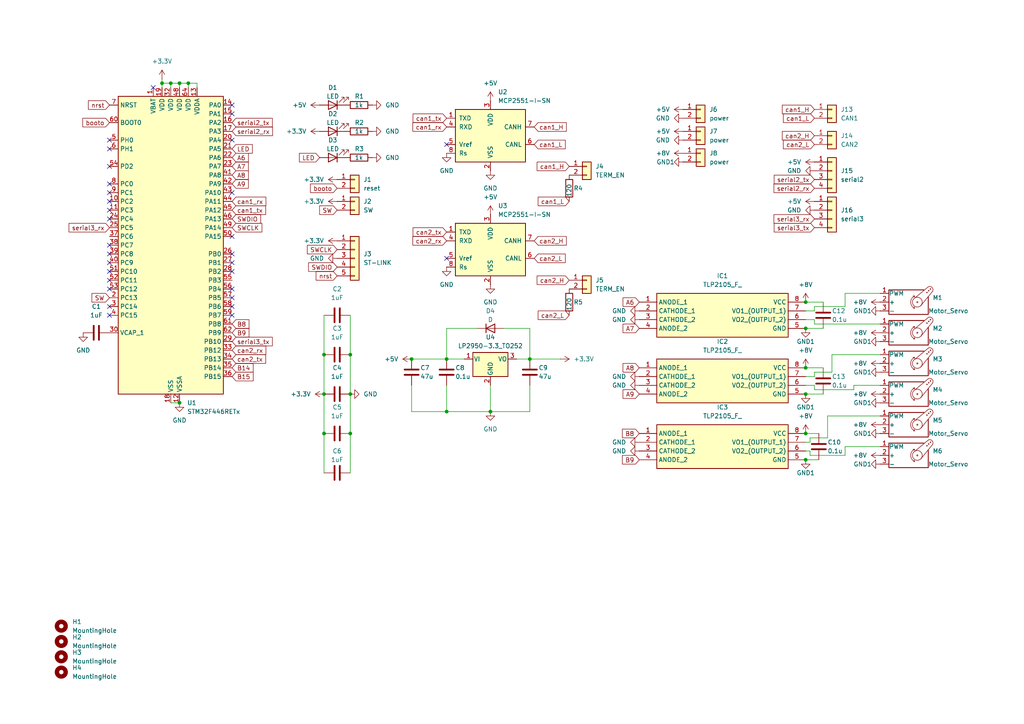
<source format=kicad_sch>
(kicad_sch (version 20250114) (generator "eeschema") (generator_version "9.0")
  (paper "A4")
  (title_block (title "Altair_MDD_V3") (date "2025-05-30") (rev "V.3.0") (company "Altair"))
  (lib_symbols
    (symbol "Connector_Generic:Conn_01x02" (pin_names (offset 1.016) (hide yes))
      (property "Reference" "J" (at 0 2.54 0))
      (property "Value" "Conn_01x02" (at 0 -5.08 0))
      (symbol "Conn_01x02_1_1"
        (pin passive line (at -5.08 0 0) (length 3.81) (name "Pin_1") (number "1"))
        (pin passive line (at -5.08 -2.54 0) (length 3.81) (name "Pin_2") (number "2"))
      )
    )
    (symbol "Connector_Generic:Conn_01x04" (pin_names (offset 1.016) (hide yes))
      (property "Reference" "J" (at 0 5.08 0))
      (property "Value" "Conn_01x04" (at 0 -7.62 0))
      (symbol "Conn_01x04_1_1"
        (pin passive line (at -5.08 2.54 0) (length 3.81) (name "Pin_1") (number "1"))
        (pin passive line (at -5.08 0 0) (length 3.81) (name "Pin_2") (number "2"))
        (pin passive line (at -5.08 -2.54 0) (length 3.81) (name "Pin_3") (number "3"))
        (pin passive line (at -5.08 -5.08 0) (length 3.81) (name "Pin_4") (number "4"))
      )
    )
    (symbol "Connector_Generic:Conn_01x05" (pin_names (offset 1.016) (hide yes))
      (property "Reference" "J" (at 0 7.62 0))
      (property "Value" "Conn_01x05" (at 0 -7.62 0))
      (symbol "Conn_01x05_1_1"
        (pin passive line (at -5.08 5.08 0) (length 3.81) (name "Pin_1") (number "1"))
        (pin passive line (at -5.08 2.54 0) (length 3.81) (name "Pin_2") (number "2"))
        (pin passive line (at -5.08 0 0) (length 3.81) (name "Pin_3") (number "3"))
        (pin passive line (at -5.08 -2.54 0) (length 3.81) (name "Pin_4") (number "4"))
        (pin passive line (at -5.08 -5.08 0) (length 3.81) (name "Pin_5") (number "5"))
      )
    )
    (symbol "Device:C" (pin_numbers (hide yes)) (pin_names (offset 0.254))
      (property "Reference" "C" (at 0.635 2.54 0))
      (property "Value" "C" (at 0.635 -2.54 0))
      (symbol "C_1_1"
        (pin passive line (at 0 3.81 270) (length 2.794) (name "~") (number "1"))
        (pin passive line (at 0 -3.81 90) (length 2.794) (name "~") (number "2"))
      )
    )
    (symbol "Device:D" (pin_numbers (hide yes)) (pin_names (offset 1.016) (hide yes))
      (property "Reference" "D" (at 0 2.54 0))
      (property "Value" "D" (at 0 -2.54 0))
      (symbol "D_1_1"
        (pin passive line (at -3.81 0 0) (length 2.54) (name "K") (number "1"))
        (pin passive line (at 3.81 0 180) (length 2.54) (name "A") (number "2"))
      )
    )
    (symbol "Device:LED" (pin_numbers (hide yes)) (pin_names (offset 1.016) (hide yes))
      (property "Reference" "D" (at 0 2.54 0))
      (property "Value" "LED" (at 0 -2.54 0))
      (symbol "LED_1_1"
        (pin passive line (at -3.81 0 0) (length 2.54) (name "K") (number "1"))
        (pin passive line (at 3.81 0 180) (length 2.54) (name "A") (number "2"))
      )
    )
    (symbol "Device:R" (pin_numbers (hide yes)) (pin_names (offset 0))
      (property "Reference" "R" (at 2.032 0 90))
      (property "Value" "R" (at 0 0 90))
      (symbol "R_1_1"
        (pin passive line (at 0 3.81 270) (length 1.27) (name "~") (number "1"))
        (pin passive line (at 0 -3.81 90) (length 1.27) (name "~") (number "2"))
      )
    )
    (symbol "Interface_CAN_LIN:MCP2551-I-SN" (pin_names (offset 1.016))
      (property "Reference" "U" (at -10.16 8.89 0))
      (property "Value" "MCP2551-I-SN" (at 2.54 8.89 0))
      (symbol "MCP2551-I-SN_1_1"
        (pin input line (at -12.7 5.08 0) (length 2.54) (name "TXD") (number "1"))
        (pin output line (at -12.7 2.54 0) (length 2.54) (name "RXD") (number "4"))
        (pin power_out line (at -12.7 -2.54 0) (length 2.54) (name "Vref") (number "5"))
        (pin input line (at -12.7 -5.08 0) (length 2.54) (name "Rs") (number "8"))
        (pin power_in line (at 0 10.16 270) (length 2.54) (name "VDD") (number "3"))
        (pin power_in line (at 0 -10.16 90) (length 2.54) (name "VSS") (number "2"))
        (pin bidirectional line (at 12.7 2.54 180) (length 2.54) (name "CANH") (number "7"))
        (pin bidirectional line (at 12.7 -2.54 180) (length 2.54) (name "CANL") (number "6"))
      )
    )
    (symbol "MCU_ST_STM32F4:STM32F446RETx"
      (property "Reference" "U" (at -15.24 44.45 0))
      (property "Value" "STM32F446RETx" (at 10.16 44.45 0))
      (symbol "STM32F446RETx_1_1"
        (pin input line (at -17.78 40.64 0) (length 2.54) (name "NRST") (number "7"))
        (pin input line (at -17.78 35.56 0) (length 2.54) (name "BOOT0") (number "60"))
        (pin bidirectional line (at -17.78 30.48 0) (length 2.54) (name "PH0") (number "5"))
        (pin bidirectional line (at -17.78 27.94 0) (length 2.54) (name "PH1") (number "6"))
        (pin bidirectional line (at -17.78 22.86 0) (length 2.54) (name "PD2") (number "54"))
        (pin bidirectional line (at -17.78 17.78 0) (length 2.54) (name "PC0") (number "8"))
        (pin bidirectional line (at -17.78 15.24 0) (length 2.54) (name "PC1") (number "9"))
        (pin bidirectional line (at -17.78 12.7 0) (length 2.54) (name "PC2") (number "10"))
        (pin bidirectional line (at -17.78 10.16 0) (length 2.54) (name "PC3") (number "11"))
        (pin bidirectional line (at -17.78 7.62 0) (length 2.54) (name "PC4") (number "24"))
        (pin bidirectional line (at -17.78 5.08 0) (length 2.54) (name "PC5") (number "25"))
        (pin bidirectional line (at -17.78 2.54 0) (length 2.54) (name "PC6") (number "37"))
        (pin bidirectional line (at -17.78 0 0) (length 2.54) (name "PC7") (number "38"))
        (pin bidirectional line (at -17.78 -2.54 0) (length 2.54) (name "PC8") (number "39"))
        (pin bidirectional line (at -17.78 -5.08 0) (length 2.54) (name "PC9") (number "40"))
        (pin bidirectional line (at -17.78 -7.62 0) (length 2.54) (name "PC10") (number "51"))
        (pin bidirectional line (at -17.78 -10.16 0) (length 2.54) (name "PC11") (number "52"))
        (pin bidirectional line (at -17.78 -12.7 0) (length 2.54) (name "PC12") (number "53"))
        (pin bidirectional line (at -17.78 -15.24 0) (length 2.54) (name "PC13") (number "2"))
        (pin bidirectional line (at -17.78 -17.78 0) (length 2.54) (name "PC14") (number "3"))
        (pin bidirectional line (at -17.78 -20.32 0) (length 2.54) (name "PC15") (number "4"))
        (pin power_out line (at -17.78 -25.4 0) (length 2.54) (name "VCAP_1") (number "30"))
        (pin power_in line (at -5.08 45.72 270) (length 2.54) (name "VBAT") (number "1"))
        (pin power_in line (at -2.54 45.72 270) (length 2.54) (name "VDD") (number "19"))
        (pin power_in line (at 0 45.72 270) (length 2.54) (name "VDD") (number "32"))
        (pin power_in line (at 0 -45.72 90) (length 2.54) (name "VSS") (number "18"))
        (pin passive line (at 0 -45.72 90) (length 2.54) (hide yes) (name "VSS") (number "31"))
        (pin passive line (at 0 -45.72 90) (length 2.54) (hide yes) (name "VSS") (number "47"))
        (pin passive line (at 0 -45.72 90) (length 2.54) (hide yes) (name "VSS") (number "63"))
        (pin power_in line (at 2.54 45.72 270) (length 2.54) (name "VDD") (number "48"))
        (pin power_in line (at 2.54 -45.72 90) (length 2.54) (name "VSSA") (number "12"))
        (pin power_in line (at 5.08 45.72 270) (length 2.54) (name "VDD") (number "64"))
        (pin power_in line (at 7.62 45.72 270) (length 2.54) (name "VDDA") (number "13"))
        (pin bidirectional line (at 17.78 40.64 180) (length 2.54) (name "PA0") (number "14"))
        (pin bidirectional line (at 17.78 38.1 180) (length 2.54) (name "PA1") (number "15"))
        (pin bidirectional line (at 17.78 35.56 180) (length 2.54) (name "PA2") (number "16"))
        (pin bidirectional line (at 17.78 33.02 180) (length 2.54) (name "PA3") (number "17"))
        (pin bidirectional line (at 17.78 30.48 180) (length 2.54) (name "PA4") (number "20"))
        (pin bidirectional line (at 17.78 27.94 180) (length 2.54) (name "PA5") (number "21"))
        (pin bidirectional line (at 17.78 25.4 180) (length 2.54) (name "PA6") (number "22"))
        (pin bidirectional line (at 17.78 22.86 180) (length 2.54) (name "PA7") (number "23"))
        (pin bidirectional line (at 17.78 20.32 180) (length 2.54) (name "PA8") (number "41"))
        (pin bidirectional line (at 17.78 17.78 180) (length 2.54) (name "PA9") (number "42"))
        (pin bidirectional line (at 17.78 15.24 180) (length 2.54) (name "PA10") (number "43"))
        (pin bidirectional line (at 17.78 12.7 180) (length 2.54) (name "PA11") (number "44"))
        (pin bidirectional line (at 17.78 10.16 180) (length 2.54) (name "PA12") (number "45"))
        (pin bidirectional line (at 17.78 7.62 180) (length 2.54) (name "PA13") (number "46"))
        (pin bidirectional line (at 17.78 5.08 180) (length 2.54) (name "PA14") (number "49"))
        (pin bidirectional line (at 17.78 2.54 180) (length 2.54) (name "PA15") (number "50"))
        (pin bidirectional line (at 17.78 -2.54 180) (length 2.54) (name "PB0") (number "26"))
        (pin bidirectional line (at 17.78 -5.08 180) (length 2.54) (name "PB1") (number "27"))
        (pin bidirectional line (at 17.78 -7.62 180) (length 2.54) (name "PB2") (number "28"))
        (pin bidirectional line (at 17.78 -10.16 180) (length 2.54) (name "PB3") (number "55"))
        (pin bidirectional line (at 17.78 -12.7 180) (length 2.54) (name "PB4") (number "56"))
        (pin bidirectional line (at 17.78 -15.24 180) (length 2.54) (name "PB5") (number "57"))
        (pin bidirectional line (at 17.78 -17.78 180) (length 2.54) (name "PB6") (number "58"))
        (pin bidirectional line (at 17.78 -20.32 180) (length 2.54) (name "PB7") (number "59"))
        (pin bidirectional line (at 17.78 -22.86 180) (length 2.54) (name "PB8") (number "61"))
        (pin bidirectional line (at 17.78 -25.4 180) (length 2.54) (name "PB9") (number "62"))
        (pin bidirectional line (at 17.78 -27.94 180) (length 2.54) (name "PB10") (number "29"))
        (pin bidirectional line (at 17.78 -30.48 180) (length 2.54) (name "PB12") (number "33"))
        (pin bidirectional line (at 17.78 -33.02 180) (length 2.54) (name "PB13") (number "34"))
        (pin bidirectional line (at 17.78 -35.56 180) (length 2.54) (name "PB14") (number "35"))
        (pin bidirectional line (at 17.78 -38.1 180) (length 2.54) (name "PB15") (number "36"))
      )
    )
    (symbol "Mechanical:MountingHole" (pin_names (offset 1.016))
      (property "Reference" "H" (at 0 5.08 0))
      (property "Value" "MountingHole" (at 0 3.175 0))
    )
    (symbol "Motor:Motor_Servo" (pin_names (offset 0.0254))
      (property "Reference" "M" (at -5.08 4.445 0))
      (property "Value" "Motor_Servo" (at -5.08 -4.064 0))
      (symbol "Motor_Servo_1_1"
        (pin passive line (at -7.62 2.54 0) (length 2.54) (name "PWM") (number "1"))
        (pin passive line (at -7.62 0 0) (length 2.54) (name "+") (number "2"))
        (pin passive line (at -7.62 -2.54 0) (length 2.54) (name "-") (number "3"))
      )
    )
    (symbol "Regulator_Linear:LP2950-3.3_TO252" (pin_names (offset 0.254))
      (property "Reference" "U" (at -3.81 3.175 0))
      (property "Value" "LP2950-3.3_TO252" (at 0 3.175 0))
      (symbol "LP2950-3.3_TO252_1_1"
        (pin power_in line (at -7.62 0 0) (length 2.54) (name "VI") (number "1"))
        (pin power_in line (at 0 -7.62 90) (length 2.54) (name "GND") (number "2"))
        (pin power_out line (at 7.62 0 180) (length 2.54) (name "VO") (number "3"))
      )
    )
    (symbol "TLP2105_F_:TLP2105_F_"
      (property "Reference" "IC" (at 44.45 7.62 0))
      (property "Value" "TLP2105_F_" (at 44.45 5.08 0))
      (symbol "TLP2105_F__1_1"
        (pin passive line (at 0 0 0) (length 5.08) (name "ANODE_1") (number "1"))
        (pin passive line (at 0 -2.54 0) (length 5.08) (name "CATHODE_1") (number "2"))
        (pin passive line (at 0 -5.08 0) (length 5.08) (name "CATHODE_2") (number "3"))
        (pin passive line (at 0 -7.62 0) (length 5.08) (name "ANODE_2") (number "4"))
        (pin passive line (at 48.26 0 180) (length 5.08) (name "VCC") (number "8"))
        (pin passive line (at 48.26 -2.54 180) (length 5.08) (name "VO1_(OUTPUT_1)") (number "7"))
        (pin passive line (at 48.26 -5.08 180) (length 5.08) (name "VO2_(OUTPUT_2)") (number "6"))
        (pin passive line (at 48.26 -7.62 180) (length 5.08) (name "GND") (number "5"))
      )
    )
    (symbol "power:+3.3V" (power) (pin_numbers (hide yes)) (pin_names (offset 0) (hide yes))
      (property "Value" "+3.3V" (at 0 3.556 0))
      (symbol "+3.3V_1_1"
        (pin power_in line (at 0 0 90) (length 0) (name "~") (number "1"))
      )
    )
    (symbol "power:+5V" (power) (pin_numbers (hide yes)) (pin_names (offset 0) (hide yes))
      (property "Value" "+5V" (at 0 3.556 0))
      (symbol "+5V_1_1"
        (pin power_in line (at 0 0 90) (length 0) (name "~") (number "1"))
      )
    )
    (symbol "power:+8V" (power) (pin_numbers (hide yes)) (pin_names (offset 0) (hide yes))
      (property "Value" "+8V" (at 0 3.556 0))
      (symbol "+8V_1_1"
        (pin power_in line (at 0 0 90) (length 0) (name "~") (number "1"))
      )
    )
    (symbol "power:GND" (power) (pin_numbers (hide yes)) (pin_names (offset 0) (hide yes))
      (property "Value" "GND" (at 0 -3.81 0))
      (symbol "GND_1_1"
        (pin power_in line (at 0 0 270) (length 0) (name "~") (number "1"))
      )
    )
    (symbol "power:GND1" (power) (pin_numbers (hide yes)) (pin_names (offset 0) (hide yes))
      (property "Value" "GND1" (at 0 -3.81 0))
      (symbol "GND1_1_1"
        (pin power_in line (at 0 0 270) (length 0) (name "~") (number "1"))
      )
    )
  )
  (junction (at 129.54 104.14))
  (junction (at 153.67 104.14))
  (junction (at 49.53 24.13))
  (junction (at 142.24 119.38))
  (junction (at 52.07 116.84))
  (junction (at 54.61 24.13))
  (junction (at 93.98 114.3))
  (junction (at 52.07 24.13))
  (junction (at 93.98 102.87))
  (junction (at 93.98 125.73))
  (junction (at 233.68 87.63))
  (junction (at 233.68 106.68))
  (junction (at 101.6 125.73))
  (junction (at 233.68 114.3))
  (junction (at 233.68 95.25))
  (junction (at 101.6 114.3))
  (junction (at 129.54 119.38))
  (junction (at 233.68 133.35))
  (junction (at 101.6 102.87))
  (junction (at 233.68 125.73))
  (junction (at 119.38 104.14))
  (junction (at 46.99 24.13))
  (no_connect (at 67.31 68.58))
  (no_connect (at 31.75 83.82))
  (no_connect (at 31.75 73.66))
  (no_connect (at 31.75 40.64))
  (no_connect (at 44.45 25.4))
  (no_connect (at 31.75 91.44))
  (no_connect (at 31.75 48.26))
  (no_connect (at 31.75 58.42))
  (no_connect (at 31.75 88.9))
  (no_connect (at 67.31 91.44))
  (no_connect (at 31.75 71.12))
  (no_connect (at 31.75 43.18))
  (no_connect (at 67.31 78.74))
  (no_connect (at 31.75 63.5))
  (no_connect (at 67.31 83.82))
  (no_connect (at 31.75 60.96))
  (no_connect (at 31.75 78.74))
  (no_connect (at 67.31 86.36))
  (no_connect (at 67.31 30.48))
  (no_connect (at 31.75 76.2))
  (no_connect (at 129.54 74.93))
  (no_connect (at 31.75 53.34))
  (no_connect (at 67.31 76.2))
  (no_connect (at 129.54 41.91))
  (no_connect (at 67.31 73.66))
  (no_connect (at 67.31 33.02))
  (no_connect (at 31.75 81.28))
  (no_connect (at 67.31 55.88))
  (no_connect (at 31.75 55.88))
  (no_connect (at 67.31 40.64))
  (no_connect (at 67.31 88.9))
  (wire (pts (xy 233.68 106.68) (xy 238.76 106.68)))
  (wire (pts (xy 142.24 119.38) (xy 153.67 119.38)))
  (wire (pts (xy 240.03 127) (xy 240.03 120.65)))
  (wire (pts (xy 93.98 102.87) (xy 93.98 114.3)))
  (wire (pts (xy 52.07 24.13) (xy 54.61 24.13)))
  (wire (pts (xy 49.53 24.13) (xy 52.07 24.13)))
  (wire (pts (xy 49.53 24.13) (xy 49.53 25.4)))
  (wire (pts (xy 233.68 92.71) (xy 236.22 92.71)))
  (wire (pts (xy 233.68 90.17) (xy 236.22 90.17)))
  (wire (pts (xy 234.95 128.27) (xy 234.95 127)))
  (wire (pts (xy 93.98 114.3) (xy 93.98 125.73)))
  (wire (pts (xy 233.68 133.35) (xy 237.49 133.35)))
  (wire (pts (xy 233.68 87.63) (xy 238.76 87.63)))
  (wire (pts (xy 46.99 24.13) (xy 46.99 25.4)))
  (wire (pts (xy 101.6 114.3) (xy 101.6 125.73)))
  (wire (pts (xy 234.95 130.81) (xy 234.95 132.08)))
  (wire (pts (xy 138.43 95.25) (xy 129.54 95.25)))
  (wire (pts (xy 93.98 125.73) (xy 93.98 137.16)))
  (wire (pts (xy 247.65 111.76) (xy 255.27 111.76)))
  (wire (pts (xy 93.98 91.44) (xy 93.98 102.87)))
  (wire (pts (xy 236.22 111.76) (xy 236.22 113.03)))
  (wire (pts (xy 233.68 95.25) (xy 238.76 95.25)))
  (wire (pts (xy 153.67 111.76) (xy 153.67 119.38)))
  (wire (pts (xy 236.22 109.22) (xy 236.22 107.95)))
  (wire (pts (xy 129.54 95.25) (xy 129.54 104.14)))
  (wire (pts (xy 236.22 88.9) (xy 245.11 88.9)))
  (wire (pts (xy 129.54 104.14) (xy 134.62 104.14)))
  (wire (pts (xy 234.95 127) (xy 240.03 127)))
  (wire (pts (xy 57.15 24.13) (xy 57.15 25.4)))
  (wire (pts (xy 233.68 130.81) (xy 234.95 130.81)))
  (wire (pts (xy 245.11 132.08) (xy 245.11 129.54)))
  (wire (pts (xy 153.67 104.14) (xy 162.56 104.14)))
  (wire (pts (xy 52.07 24.13) (xy 52.07 25.4)))
  (wire (pts (xy 146.05 95.25) (xy 153.67 95.25)))
  (wire (pts (xy 233.68 128.27) (xy 234.95 128.27)))
  (wire (pts (xy 142.24 111.76) (xy 142.24 119.38)))
  (wire (pts (xy 236.22 92.71) (xy 236.22 93.98)))
  (wire (pts (xy 233.68 125.73) (xy 237.49 125.73)))
  (wire (pts (xy 233.68 111.76) (xy 236.22 111.76)))
  (wire (pts (xy 236.22 93.98) (xy 255.27 93.98)))
  (wire (pts (xy 236.22 90.17) (xy 236.22 88.9)))
  (wire (pts (xy 49.53 116.84) (xy 52.07 116.84)))
  (wire (pts (xy 240.03 120.65) (xy 255.27 120.65)))
  (wire (pts (xy 236.22 107.95) (xy 241.3 107.95)))
  (wire (pts (xy 247.65 113.03) (xy 247.65 111.76)))
  (wire (pts (xy 129.54 111.76) (xy 129.54 119.38)))
  (wire (pts (xy 119.38 104.14) (xy 129.54 104.14)))
  (wire (pts (xy 241.3 102.87) (xy 255.27 102.87)))
  (wire (pts (xy 46.99 24.13) (xy 49.53 24.13)))
  (wire (pts (xy 54.61 24.13) (xy 54.61 25.4)))
  (wire (pts (xy 241.3 107.95) (xy 241.3 102.87)))
  (wire (pts (xy 54.61 24.13) (xy 57.15 24.13)))
  (wire (pts (xy 119.38 119.38) (xy 119.38 111.76)))
  (wire (pts (xy 245.11 88.9) (xy 245.11 85.09)))
  (wire (pts (xy 233.68 109.22) (xy 236.22 109.22)))
  (wire (pts (xy 101.6 125.73) (xy 101.6 137.16)))
  (wire (pts (xy 234.95 132.08) (xy 245.11 132.08)))
  (wire (pts (xy 149.86 104.14) (xy 153.67 104.14)))
  (wire (pts (xy 236.22 113.03) (xy 247.65 113.03)))
  (wire (pts (xy 142.24 119.38) (xy 129.54 119.38)))
  (wire (pts (xy 245.11 85.09) (xy 255.27 85.09)))
  (wire (pts (xy 129.54 119.38) (xy 119.38 119.38)))
  (wire (pts (xy 101.6 91.44) (xy 101.6 102.87)))
  (wire (pts (xy 153.67 95.25) (xy 153.67 104.14)))
  (wire (pts (xy 245.11 129.54) (xy 255.27 129.54)))
  (wire (pts (xy 46.99 22.86) (xy 46.99 24.13)))
  (wire (pts (xy 233.68 114.3) (xy 238.76 114.3)))
  (wire (pts (xy 101.6 102.87) (xy 101.6 114.3)))
  (global_label "serial2_tx" (shape input) (at 67.31 35.56 0) (property "Intersheetrefs" "${INTERSHEET_REFS}" (effects (hide yes))))
  (global_label "can1_L" (shape input) (at 165.1 58.42 180) (property "Intersheetrefs" "${INTERSHEET_REFS}" (effects (hide yes))))
  (global_label "nrst" (shape input) (at 31.75 30.48 180) (property "Intersheetrefs" "${INTERSHEET_REFS}" (effects (hide yes))))
  (global_label "can1_tx" (shape input) (at 67.31 60.96 0) (property "Intersheetrefs" "${INTERSHEET_REFS}" (effects (hide yes))))
  (global_label "can2_H" (shape input) (at 154.94 69.85 0) (property "Intersheetrefs" "${INTERSHEET_REFS}" (effects (hide yes))))
  (global_label "A6" (shape input) (at 185.42 87.63 180) (property "Intersheetrefs" "${INTERSHEET_REFS}" (effects (hide yes))))
  (global_label "A8" (shape input) (at 67.31 50.8 0) (property "Intersheetrefs" "${INTERSHEET_REFS}" (effects (hide yes))))
  (global_label "can1_tx" (shape input) (at 129.54 34.29 180) (property "Intersheetrefs" "${INTERSHEET_REFS}" (effects (hide yes))))
  (global_label "LED" (shape input) (at 92.71 45.72 180) (property "Intersheetrefs" "${INTERSHEET_REFS}" (effects (hide yes))))
  (global_label "serial3_rx" (shape input) (at 31.75 66.04 180) (property "Intersheetrefs" "${INTERSHEET_REFS}" (effects (hide yes))))
  (global_label "can2_rx" (shape input) (at 67.31 101.6 0) (property "Intersheetrefs" "${INTERSHEET_REFS}" (effects (hide yes))))
  (global_label "can2_L" (shape input) (at 154.94 74.93 0) (property "Intersheetrefs" "${INTERSHEET_REFS}" (effects (hide yes))))
  (global_label "can1_H" (shape input) (at 236.22 31.75 180) (property "Intersheetrefs" "${INTERSHEET_REFS}" (effects (hide yes))))
  (global_label "A8" (shape input) (at 185.42 106.68 180) (property "Intersheetrefs" "${INTERSHEET_REFS}" (effects (hide yes))))
  (global_label "serial3_rx" (shape input) (at 236.22 63.5 180) (property "Intersheetrefs" "${INTERSHEET_REFS}" (effects (hide yes))))
  (global_label "SWDIO" (shape input) (at 67.31 63.5 0) (property "Intersheetrefs" "${INTERSHEET_REFS}" (effects (hide yes))))
  (global_label "SW" (shape input) (at 31.75 86.36 180) (property "Intersheetrefs" "${INTERSHEET_REFS}" (effects (hide yes))))
  (global_label "A7" (shape input) (at 67.31 48.26 0) (property "Intersheetrefs" "${INTERSHEET_REFS}" (effects (hide yes))))
  (global_label "SW" (shape input) (at 97.79 60.96 180) (property "Intersheetrefs" "${INTERSHEET_REFS}" (effects (hide yes))))
  (global_label "can2_H" (shape input) (at 165.1 81.28 180) (property "Intersheetrefs" "${INTERSHEET_REFS}" (effects (hide yes))))
  (global_label "can2_tx" (shape input) (at 67.31 104.14 0) (property "Intersheetrefs" "${INTERSHEET_REFS}" (effects (hide yes))))
  (global_label "can2_rx" (shape input) (at 129.54 69.85 180) (property "Intersheetrefs" "${INTERSHEET_REFS}" (effects (hide yes))))
  (global_label "A6" (shape input) (at 67.31 45.72 0) (property "Intersheetrefs" "${INTERSHEET_REFS}" (effects (hide yes))))
  (global_label "booto" (shape input) (at 31.75 35.56 180) (property "Intersheetrefs" "${INTERSHEET_REFS}" (effects (hide yes))))
  (global_label "can1_H" (shape input) (at 154.94 36.83 0) (property "Intersheetrefs" "${INTERSHEET_REFS}" (effects (hide yes))))
  (global_label "serial2_tx" (shape input) (at 236.22 52.07 180) (property "Intersheetrefs" "${INTERSHEET_REFS}" (effects (hide yes))))
  (global_label "can1_L" (shape input) (at 154.94 41.91 0) (property "Intersheetrefs" "${INTERSHEET_REFS}" (effects (hide yes))))
  (global_label "can2_tx" (shape input) (at 129.54 67.31 180) (property "Intersheetrefs" "${INTERSHEET_REFS}" (effects (hide yes))))
  (global_label "can2_L" (shape input) (at 165.1 91.44 180) (property "Intersheetrefs" "${INTERSHEET_REFS}" (effects (hide yes))))
  (global_label "A9" (shape input) (at 185.42 114.3 180) (property "Intersheetrefs" "${INTERSHEET_REFS}" (effects (hide yes))))
  (global_label "B8" (shape input) (at 185.42 125.73 180) (property "Intersheetrefs" "${INTERSHEET_REFS}" (effects (hide yes))))
  (global_label "can1_rx" (shape input) (at 67.31 58.42 0) (property "Intersheetrefs" "${INTERSHEET_REFS}" (effects (hide yes))))
  (global_label "serial2_rx" (shape input) (at 67.31 38.1 0) (property "Intersheetrefs" "${INTERSHEET_REFS}" (effects (hide yes))))
  (global_label "A7" (shape input) (at 185.42 95.25 180) (property "Intersheetrefs" "${INTERSHEET_REFS}" (effects (hide yes))))
  (global_label "can1_L" (shape input) (at 236.22 34.29 180) (property "Intersheetrefs" "${INTERSHEET_REFS}" (effects (hide yes))))
  (global_label "serial3_tx" (shape input) (at 236.22 66.04 180) (property "Intersheetrefs" "${INTERSHEET_REFS}" (effects (hide yes))))
  (global_label "nrst" (shape input) (at 97.79 80.01 180) (property "Intersheetrefs" "${INTERSHEET_REFS}" (effects (hide yes))))
  (global_label "serial3_tx" (shape input) (at 67.31 99.06 0) (property "Intersheetrefs" "${INTERSHEET_REFS}" (effects (hide yes))))
  (global_label "can1_H" (shape input) (at 165.1 48.26 180) (property "Intersheetrefs" "${INTERSHEET_REFS}" (effects (hide yes))))
  (global_label "A9" (shape input) (at 67.31 53.34 0) (property "Intersheetrefs" "${INTERSHEET_REFS}" (effects (hide yes))))
  (global_label "SWCLK" (shape input) (at 97.79 72.39 180) (property "Intersheetrefs" "${INTERSHEET_REFS}" (effects (hide yes))))
  (global_label "B8" (shape input) (at 67.31 93.98 0) (property "Intersheetrefs" "${INTERSHEET_REFS}" (effects (hide yes))))
  (global_label "SWCLK" (shape input) (at 67.31 66.04 0) (property "Intersheetrefs" "${INTERSHEET_REFS}" (effects (hide yes))))
  (global_label "B15" (shape input) (at 67.31 109.22 0) (property "Intersheetrefs" "${INTERSHEET_REFS}" (effects (hide yes))))
  (global_label "SWDIO" (shape input) (at 97.79 77.47 180) (property "Intersheetrefs" "${INTERSHEET_REFS}" (effects (hide yes))))
  (global_label "booto" (shape input) (at 97.79 54.61 180) (property "Intersheetrefs" "${INTERSHEET_REFS}" (effects (hide yes))))
  (global_label "can1_rx" (shape input) (at 129.54 36.83 180) (property "Intersheetrefs" "${INTERSHEET_REFS}" (effects (hide yes))))
  (global_label "B9" (shape input) (at 67.31 96.52 0) (property "Intersheetrefs" "${INTERSHEET_REFS}" (effects (hide yes))))
  (global_label "serial2_rx" (shape input) (at 236.22 54.61 180) (property "Intersheetrefs" "${INTERSHEET_REFS}" (effects (hide yes))))
  (global_label "B9" (shape input) (at 185.42 133.35 180) (property "Intersheetrefs" "${INTERSHEET_REFS}" (effects (hide yes))))
  (global_label "LED" (shape input) (at 67.31 43.18 0) (property "Intersheetrefs" "${INTERSHEET_REFS}" (effects (hide yes))))
  (global_label "B14" (shape input) (at 67.31 106.68 0) (property "Intersheetrefs" "${INTERSHEET_REFS}" (effects (hide yes))))
  (global_label "can2_L" (shape input) (at 236.22 41.91 180) (property "Intersheetrefs" "${INTERSHEET_REFS}" (effects (hide yes))))
  (global_label "can2_H" (shape input) (at 236.22 39.37 180) (property "Intersheetrefs" "${INTERSHEET_REFS}" (effects (hide yes))))
  (symbol (lib_id "power:GND") (at 236.22 60.96 270) (unit 1)
    (property "Reference" "#PWR053" (effects (hide yes)))
    (property "Value" "GND" (at 232.41 60.9599 90) (effects (justify right)))
    (property "Description" "Power symbol creates a global label with name \"GND\" , ground" (effects (hide yes)))
  )
  (symbol (lib_id "power:+3.3V") (at 162.56 104.14 270) (unit 1)
    (property "Reference" "#PWR023" (effects (hide yes)))
    (property "Value" "+3.3V" (at 166.37 104.1399 90) (effects (justify left)))
    (property "Description" "Power symbol creates a global label with name \"+3.3V\"" (effects (hide yes)))
  )
  (symbol (lib_id "power:GND") (at 107.95 38.1 90) (unit 1)
    (property "Reference" "#PWR013" (effects (hide yes)))
    (property "Value" "GND" (at 111.76 38.0999 90) (effects (justify right)))
    (property "Description" "Power symbol creates a global label with name \"GND\" , ground" (effects (hide yes)))
  )
  (symbol (lib_id "Device:C") (at 119.38 107.95 0) (unit 1)
    (property "Reference" "C7" (at 121.92 106.68 0) (effects (justify left)))
    (property "Value" "47u" (at 121.92 109.22 0) (effects (justify left)))
    (property "Footprint" "Capacitor_SMD:C_0603_1608Metric" (effects (hide yes)))
    (property "Description" "Unpolarized capacitor" (effects (hide yes)))
  )
  (symbol (lib_id "MCU_ST_STM32F4:STM32F446RETx") (at 49.53 71.12 0) (unit 1)
    (property "Reference" "U1" (at 54.2641 116.84 0) (effects (justify left)))
    (property "Value" "STM32F446RETx" (at 54.2641 119.38 0) (effects (justify left)))
    (property "Footprint" "Package_QFP:LQFP-64_10x10mm_P0.5mm" (effects (hide yes)))
    (property "Datasheet" "https://www.st.com/resource/en/datasheet/stm32f446re.pdf" (effects (hide yes)))
    (property "Description" "STMicroelectronics Arm Cortex-M4 MCU, 512KB flash, 128KB RAM, 180 MHz, 1.8-3.6V, 50 GPIO, LQFP64" (effects (hide yes)))
  )
  (symbol (lib_id "power:GND1") (at 198.12 46.99 270) (unit 1)
    (property "Reference" "#PWR037" (effects (hide yes)))
    (property "Value" "GND1" (at 193.04 46.99 90))
    (property "Description" "Power symbol creates a global label with name \"GND1\" , ground" (effects (hide yes)))
  )
  (symbol (lib_id "Regulator_Linear:LP2950-3.3_TO252") (at 142.24 104.14 0) (unit 1)
    (property "Reference" "U4" (at 142.24 97.79 0))
    (property "Value" "LP2950-3.3_TO252" (at 142.24 100.33 0))
    (property "Footprint" "Package_TO_SOT_SMD:TO-252-2" (effects (hide yes)))
    (property "Datasheet" "http://www.ti.com/lit/ds/symlink/lp2950.pdf" (effects (hide yes)))
    (property "Description" "Positive 100mA 30V Linear Micropower Voltage Regulator, Fixed Output 3.3V, TO-252" (effects (hide yes)))
  )
  (symbol (lib_id "power:GND1") (at 255.27 90.17 270) (unit 1)
    (property "Reference" "#PWR055" (effects (hide yes)))
    (property "Value" "GND1" (at 250.19 90.17 90))
    (property "Description" "Power symbol creates a global label with name \"GND1\" , ground" (effects (hide yes)))
  )
  (symbol (lib_id "Device:C") (at 97.79 102.87 90) (unit 1)
    (property "Reference" "C3" (at 97.79 95.25 90))
    (property "Value" "1uF" (at 97.79 97.79 90))
    (property "Footprint" "Capacitor_SMD:C_0603_1608Metric" (effects (hide yes)))
    (property "Description" "Unpolarized capacitor" (effects (hide yes)))
  )
  (symbol (lib_id "power:GND1") (at 255.27 107.95 270) (unit 1)
    (property "Reference" "#PWR059" (effects (hide yes)))
    (property "Value" "GND1" (at 250.19 107.95 90))
    (property "Description" "Power symbol creates a global label with name \"GND1\" , ground" (effects (hide yes)))
  )
  (symbol (lib_id "power:+5V") (at 198.12 38.1 90) (unit 1)
    (property "Reference" "#PWR034" (effects (hide yes)))
    (property "Value" "+5V" (at 194.31 38.0999 90) (effects (justify left)))
    (property "Description" "Power symbol creates a global label with name \"+5V\"" (effects (hide yes)))
  )
  (symbol (lib_id "power:GND") (at 142.24 49.53 0) (unit 1)
    (property "Reference" "#PWR019" (effects (hide yes)))
    (property "Value" "GND" (at 142.24 54.61 0))
    (property "Description" "Power symbol creates a global label with name \"GND\" , ground" (effects (hide yes)))
  )
  (symbol (lib_id "power:GND") (at 129.54 44.45 0) (unit 1)
    (property "Reference" "#PWR016" (effects (hide yes)))
    (property "Value" "GND" (at 129.54 49.53 0))
    (property "Description" "Power symbol creates a global label with name \"GND\" , ground" (effects (hide yes)))
  )
  (symbol (lib_id "power:GND") (at 198.12 40.64 270) (unit 1)
    (property "Reference" "#PWR035" (effects (hide yes)))
    (property "Value" "GND" (at 194.31 40.6399 90) (effects (justify right)))
    (property "Description" "Power symbol creates a global label with name \"GND\" , ground" (effects (hide yes)))
  )
  (symbol (lib_id "Device:C") (at 237.49 129.54 0) (unit 1)
    (property "Reference" "C10" (at 240.03 128.27 0) (effects (justify left)))
    (property "Value" "0.1u" (at 240.03 130.81 0) (effects (justify left)))
    (property "Footprint" "Capacitor_SMD:C_0603_1608Metric" (effects (hide yes)))
    (property "Description" "Unpolarized capacitor" (effects (hide yes)))
  )
  (symbol (lib_id "power:+3.3V") (at 46.99 22.86 0) (unit 1)
    (property "Reference" "#PWR02" (effects (hide yes)))
    (property "Value" "+3.3V" (at 46.99 17.78 0))
    (property "Description" "Power symbol creates a global label with name \"+3.3V\"" (effects (hide yes)))
  )
  (symbol (lib_id "Connector_Generic:Conn_01x05") (at 102.87 74.93 0) (unit 1)
    (property "Reference" "J3" (at 105.41 73.6599 0) (effects (justify left)))
    (property "Value" "ST-LINK" (at 105.41 76.1999 0) (effects (justify left)))
    (property "Footprint" "Connector_PinSocket_2.54mm:PinSocket_1x05_P2.54mm_Vertical" (effects (hide yes)))
    (property "Description" "Generic connector, single row, 01x05, script generated (kicad-library-utils/schlib/autogen/connector/)" (effects (hide yes)))
  )
  (symbol (lib_id "TLP2105_F_:TLP2105_F_") (at 185.42 125.73 0) (unit 1)
    (property "Reference" "IC3" (at 209.55 118.11 0))
    (property "Value" "TLP2105_F_" (at 209.55 120.65 0))
    (property "Footprint" "Library:TLP2105" (effects (hide yes)))
    (property "Datasheet" "http://toshiba.semicon-storage.com/info/docget.jsp?did=12361&prodName=TLP2105" (effects (hide yes)))
    (property "Description" "Toshiba TLP2105(F) DC Input Transistor Output Dual Optocoupler, Surface Mount, 8-Pin SOIC" (effects (hide yes)))
    (property "Height" "2.9" (effects (hide yes)))
    (property "Manufacturer_Name" "Toshiba" (effects (hide yes)))
    (property "Manufacturer_Part_Number" "TLP2105(F)" (effects (hide yes)))
    (property "Mouser Part Number" "757-TLP2105(F)" (effects (hide yes)))
    (property "Mouser Price/Stock" "https://www.mouser.co.uk/ProductDetail/Toshiba/TLP2105F?qs=1lrDSlRzNdbpGSAMGA0fBw%3D%3D" (effects (hide yes)))
  )
  (symbol (lib_id "power:GND") (at 185.42 92.71 270) (unit 1)
    (property "Reference" "#PWR025" (effects (hide yes)))
    (property "Value" "GND" (at 181.61 92.7099 90) (effects (justify right)))
    (property "Description" "Power symbol creates a global label with name \"GND\" , ground" (effects (hide yes)))
  )
  (symbol (lib_id "Connector_Generic:Conn_01x02") (at 203.2 31.75 0) (unit 1)
    (property "Reference" "J6" (at 205.74 31.7499 0) (effects (justify left)))
    (property "Value" "power" (at 205.74 34.2899 0) (effects (justify left)))
    (property "Footprint" "Connector_JST:JST_XA_S02B-XASK-1_1x02_P2.50mm_Horizontal" (effects (hide yes)))
    (property "Description" "Generic connector, single row, 01x02, script generated (kicad-library-utils/schlib/autogen/connector/)" (effects (hide yes)))
  )
  (symbol (lib_id "Connector_Generic:Conn_01x02") (at 203.2 38.1 0) (unit 1)
    (property "Reference" "J7" (at 205.74 38.0999 0) (effects (justify left)))
    (property "Value" "power" (at 205.74 40.6399 0) (effects (justify left)))
    (property "Footprint" "Connector_JST:JST_XA_S02B-XASK-1_1x02_P2.50mm_Horizontal" (effects (hide yes)))
    (property "Description" "Generic connector, single row, 01x02, script generated (kicad-library-utils/schlib/autogen/connector/)" (effects (hide yes)))
  )
  (symbol (lib_id "power:+3.3V") (at 97.79 52.07 90) (unit 1)
    (property "Reference" "#PWR07" (effects (hide yes)))
    (property "Value" "+3.3V" (at 93.98 52.0699 90) (effects (justify left)))
    (property "Description" "Power symbol creates a global label with name \"+3.3V\"" (effects (hide yes)))
  )
  (symbol (lib_id "Mechanical:MountingHole") (at 17.78 181.61 0) (unit 1)
    (property "Reference" "H1" (at 20.955 180.34 0) (effects (justify left)))
    (property "Value" "MountingHole" (at 20.955 182.88 0) (effects (justify left)))
    (property "Footprint" "MountingHole:MountingHole_3.2mm_M3_Pad_Via" (effects (hide yes)))
  )
  (symbol (lib_id "power:GND") (at 198.12 34.29 270) (unit 1)
    (property "Reference" "#PWR033" (effects (hide yes)))
    (property "Value" "GND" (at 194.31 34.2899 90) (effects (justify right)))
    (property "Description" "Power symbol creates a global label with name \"GND\" , ground" (effects (hide yes)))
  )
  (symbol (lib_id "Motor:Motor_Servo") (at 262.89 114.3 0) (unit 1)
    (property "Reference" "M4" (at 270.51 113.03 0) (effects (justify left)))
    (property "Value" "Motor_Servo" (at 269.24 116.84 0) (effects (justify left)))
    (property "Footprint" "Connector_JST:JST_XA_S03B-XASK-1_1x03_P2.50mm_Horizontal" (effects (hide yes)))
    (property "Datasheet" "http://forums.parallax.com/uploads/attachments/46831/74481.png" (effects (hide yes)))
    (property "Description" "Servo Motor (Futaba, HiTec, JR connector)" (effects (hide yes)))
  )
  (symbol (lib_id "TLP2105_F_:TLP2105_F_") (at 185.42 87.63 0) (unit 1)
    (property "Reference" "IC1" (at 209.55 80.01 0))
    (property "Value" "TLP2105_F_" (at 209.55 82.55 0))
    (property "Footprint" "Library:TLP2105" (effects (hide yes)))
    (property "Datasheet" "http://toshiba.semicon-storage.com/info/docget.jsp?did=12361&prodName=TLP2105" (effects (hide yes)))
    (property "Description" "Toshiba TLP2105(F) DC Input Transistor Output Dual Optocoupler, Surface Mount, 8-Pin SOIC" (effects (hide yes)))
    (property "Height" "2.9" (effects (hide yes)))
    (property "Manufacturer_Name" "Toshiba" (effects (hide yes)))
    (property "Manufacturer_Part_Number" "TLP2105(F)" (effects (hide yes)))
    (property "Mouser Part Number" "757-TLP2105(F)" (effects (hide yes)))
    (property "Mouser Price/Stock" "https://www.mouser.co.uk/ProductDetail/Toshiba/TLP2105F?qs=1lrDSlRzNdbpGSAMGA0fBw%3D%3D" (effects (hide yes)))
  )
  (symbol (lib_id "Interface_CAN_LIN:MCP2551-I-SN") (at 142.24 39.37 0) (unit 1)
    (property "Reference" "U2" (at 144.4341 26.67 0) (effects (justify left)))
    (property "Value" "MCP2551-I-SN" (at 144.4341 29.21 0) (effects (justify left)))
    (property "Footprint" "Package_SO:SOIC-8_3.9x4.9mm_P1.27mm" (effects (hide yes)))
    (property "Datasheet" "http://ww1.microchip.com/downloads/en/devicedoc/21667d.pdf" (effects (hide yes)))
    (property "Description" "High-Speed CAN Transceiver, 1Mbps, 5V supply, SOIC-8" (effects (hide yes)))
  )
  (symbol (lib_id "power:+5V") (at 198.12 31.75 90) (unit 1)
    (property "Reference" "#PWR032" (effects (hide yes)))
    (property "Value" "+5V" (at 194.31 31.7499 90) (effects (justify left)))
    (property "Description" "Power symbol creates a global label with name \"+5V\"" (effects (hide yes)))
  )
  (symbol (lib_id "TLP2105_F_:TLP2105_F_") (at 185.42 106.68 0) (unit 1)
    (property "Reference" "IC2" (at 209.55 99.06 0))
    (property "Value" "TLP2105_F_" (at 209.55 101.6 0))
    (property "Footprint" "Library:TLP2105" (effects (hide yes)))
    (property "Datasheet" "http://toshiba.semicon-storage.com/info/docget.jsp?did=12361&prodName=TLP2105" (effects (hide yes)))
    (property "Description" "Toshiba TLP2105(F) DC Input Transistor Output Dual Optocoupler, Surface Mount, 8-Pin SOIC" (effects (hide yes)))
    (property "Height" "2.9" (effects (hide yes)))
    (property "Manufacturer_Name" "Toshiba" (effects (hide yes)))
    (property "Manufacturer_Part_Number" "TLP2105(F)" (effects (hide yes)))
    (property "Mouser Part Number" "757-TLP2105(F)" (effects (hide yes)))
    (property "Mouser Price/Stock" "https://www.mouser.co.uk/ProductDetail/Toshiba/TLP2105F?qs=1lrDSlRzNdbpGSAMGA0fBw%3D%3D" (effects (hide yes)))
  )
  (symbol (lib_id "power:GND") (at 107.95 30.48 90) (unit 1)
    (property "Reference" "#PWR012" (effects (hide yes)))
    (property "Value" "GND" (at 111.76 30.4799 90) (effects (justify right)))
    (property "Description" "Power symbol creates a global label with name \"GND\" , ground" (effects (hide yes)))
  )
  (symbol (lib_id "Connector_Generic:Conn_01x02") (at 241.3 39.37 0) (unit 1)
    (property "Reference" "J14" (at 243.84 39.3699 0) (effects (justify left)))
    (property "Value" "CAN2" (at 243.84 41.9099 0) (effects (justify left)))
    (property "Footprint" "Connector_JST:JST_XA_S02B-XASK-1_1x02_P2.50mm_Horizontal" (effects (hide yes)))
    (property "Description" "Generic connector, single row, 01x02, script generated (kicad-library-utils/schlib/autogen/connector/)" (effects (hide yes)))
  )
  (symbol (lib_id "Motor:Motor_Servo") (at 262.89 123.19 0) (unit 1)
    (property "Reference" "M5" (at 270.51 121.92 0) (effects (justify left)))
    (property "Value" "Motor_Servo" (at 269.24 125.73 0) (effects (justify left)))
    (property "Footprint" "Connector_JST:JST_XA_S03B-XASK-1_1x03_P2.50mm_Horizontal" (effects (hide yes)))
    (property "Datasheet" "http://forums.parallax.com/uploads/attachments/46831/74481.png" (effects (hide yes)))
    (property "Description" "Servo Motor (Futaba, HiTec, JR connector)" (effects (hide yes)))
  )
  (symbol (lib_id "Motor:Motor_Servo") (at 262.89 132.08 0) (unit 1)
    (property "Reference" "M6" (at 270.51 130.81 0) (effects (justify left)))
    (property "Value" "Motor_Servo" (at 269.24 134.62 0) (effects (justify left)))
    (property "Footprint" "Connector_JST:JST_XA_S03B-XASK-1_1x03_P2.50mm_Horizontal" (effects (hide yes)))
    (property "Datasheet" "http://forums.parallax.com/uploads/attachments/46831/74481.png" (effects (hide yes)))
    (property "Description" "Servo Motor (Futaba, HiTec, JR connector)" (effects (hide yes)))
  )
  (symbol (lib_id "power:+8V") (at 198.12 44.45 90) (unit 1)
    (property "Reference" "#PWR036" (effects (hide yes)))
    (property "Value" "+8V" (at 194.31 44.4499 90) (effects (justify left)))
    (property "Description" "Power symbol creates a global label with name \"+8V\"" (effects (hide yes)))
  )
  (symbol (lib_id "Device:R") (at 104.14 45.72 270) (unit 1)
    (property "Reference" "R3" (at 102.87 43.18 90) (effects (justify left)))
    (property "Value" "1k" (at 102.87 45.72 90) (effects (justify left)))
    (property "Footprint" "Resistor_SMD:R_0603_1608Metric" (effects (hide yes)))
    (property "Description" "Resistor" (effects (hide yes)))
  )
  (symbol (lib_id "Device:R") (at 165.1 87.63 0) (unit 1)
    (property "Reference" "R5" (at 166.37 87.63 0) (effects (justify left)))
    (property "Value" "120" (at 165.1 90.17 90) (effects (justify left)))
    (property "Footprint" "Resistor_SMD:R_0603_1608Metric" (effects (hide yes)))
    (property "Description" "Resistor" (effects (hide yes)))
  )
  (symbol (lib_id "power:GND") (at 24.13 96.52 0) (unit 1)
    (property "Reference" "#PWR01" (effects (hide yes)))
    (property "Value" "GND" (at 24.13 101.6 0))
    (property "Description" "Power symbol creates a global label with name \"GND\" , ground" (effects (hide yes)))
  )
  (symbol (lib_id "Connector_Generic:Conn_01x02") (at 102.87 52.07 0) (unit 1)
    (property "Reference" "J1" (at 105.41 52.0699 0) (effects (justify left)))
    (property "Value" "reset" (at 105.41 54.6099 0) (effects (justify left)))
    (property "Footprint" "Connector_PinSocket_2.54mm:PinSocket_1x02_P2.54mm_Vertical" (effects (hide yes)))
    (property "Description" "Generic connector, single row, 01x02, script generated (kicad-library-utils/schlib/autogen/connector/)" (effects (hide yes)))
  )
  (symbol (lib_id "Connector_Generic:Conn_01x04") (at 241.3 49.53 0) (unit 1)
    (property "Reference" "J15" (at 243.84 49.5299 0) (effects (justify left)))
    (property "Value" "serial2" (at 243.84 52.0699 0) (effects (justify left)))
    (property "Footprint" "Connector_JST:JST_XA_B04B-XASK-1-A_1x04_P2.50mm_Vertical" (effects (hide yes)))
    (property "Description" "Generic connector, single row, 01x04, script generated (kicad-library-utils/schlib/autogen/connector/)" (effects (hide yes)))
  )
  (symbol (lib_id "power:+5V") (at 142.24 29.21 0) (unit 1)
    (property "Reference" "#PWR018" (effects (hide yes)))
    (property "Value" "+5V" (at 142.24 24.13 0))
    (property "Description" "Power symbol creates a global label with name \"+5V\"" (effects (hide yes)))
  )
  (symbol (lib_id "Device:C") (at 238.76 91.44 0) (unit 1)
    (property "Reference" "C12" (at 241.3 90.17 0) (effects (justify left)))
    (property "Value" "0.1u" (at 241.3 92.71 0) (effects (justify left)))
    (property "Footprint" "Capacitor_SMD:C_0603_1608Metric" (effects (hide yes)))
    (property "Description" "Unpolarized capacitor" (effects (hide yes)))
  )
  (symbol (lib_id "power:GND") (at 236.22 49.53 270) (unit 1)
    (property "Reference" "#PWR051" (effects (hide yes)))
    (property "Value" "GND" (at 232.41 49.5299 90) (effects (justify right)))
    (property "Description" "Power symbol creates a global label with name \"GND\" , ground" (effects (hide yes)))
  )
  (symbol (lib_id "power:GND") (at 97.79 74.93 270) (unit 1)
    (property "Reference" "#PWR010" (effects (hide yes)))
    (property "Value" "GND" (at 93.98 74.9299 90) (effects (justify right)))
    (property "Description" "Power symbol creates a global label with name \"GND\" , ground" (effects (hide yes)))
  )
  (symbol (lib_id "Device:LED") (at 96.52 45.72 180) (unit 1)
    (property "Reference" "D3" (at 96.52 40.64 0))
    (property "Value" "LED" (at 96.52 43.18 0))
    (property "Footprint" "LED_SMD:LED_0603_1608Metric" (effects (hide yes)))
    (property "Description" "Light emitting diode" (effects (hide yes)))
    (property "Sim.Pins" "1=K 2=A" (effects (hide yes)))
  )
  (symbol (lib_id "power:GND") (at 185.42 111.76 270) (unit 1)
    (property "Reference" "#PWR027" (effects (hide yes)))
    (property "Value" "GND" (at 181.61 111.7599 90) (effects (justify right)))
    (property "Description" "Power symbol creates a global label with name \"GND\" , ground" (effects (hide yes)))
  )
  (symbol (lib_id "power:GND1") (at 233.68 133.35 0) (unit 1)
    (property "Reference" "#PWR047" (effects (hide yes)))
    (property "Value" "GND1" (at 233.68 137.16 0))
    (property "Description" "Power symbol creates a global label with name \"GND1\" , ground" (effects (hide yes)))
  )
  (symbol (lib_id "Motor:Motor_Servo") (at 262.89 96.52 0) (unit 1)
    (property "Reference" "M2" (at 270.51 95.25 0) (effects (justify left)))
    (property "Value" "Motor_Servo" (at 269.24 99.06 0) (effects (justify left)))
    (property "Footprint" "Connector_JST:JST_XA_S03B-XASK-1_1x03_P2.50mm_Horizontal" (effects (hide yes)))
    (property "Datasheet" "http://forums.parallax.com/uploads/attachments/46831/74481.png" (effects (hide yes)))
    (property "Description" "Servo Motor (Futaba, HiTec, JR connector)" (effects (hide yes)))
  )
  (symbol (lib_id "power:+5V") (at 236.22 58.42 90) (unit 1)
    (property "Reference" "#PWR052" (effects (hide yes)))
    (property "Value" "+5V" (at 232.41 58.4199 90) (effects (justify left)))
    (property "Description" "Power symbol creates a global label with name \"+5V\"" (effects (hide yes)))
  )
  (symbol (lib_id "Device:C") (at 97.79 91.44 90) (unit 1)
    (property "Reference" "C2" (at 97.79 83.82 90))
    (property "Value" "1uF" (at 97.79 86.36 90))
    (property "Footprint" "Capacitor_SMD:C_0603_1608Metric" (effects (hide yes)))
    (property "Description" "Unpolarized capacitor" (effects (hide yes)))
  )
  (symbol (lib_id "Device:C") (at 97.79 114.3 90) (unit 1)
    (property "Reference" "C4" (at 97.79 106.68 90))
    (property "Value" "1uF" (at 97.79 109.22 90))
    (property "Footprint" "Capacitor_SMD:C_0603_1608Metric" (effects (hide yes)))
    (property "Description" "Unpolarized capacitor" (effects (hide yes)))
  )
  (symbol (lib_id "power:+3.3V") (at 93.98 114.3 90) (unit 1)
    (property "Reference" "#PWR06" (effects (hide yes)))
    (property "Value" "+3.3V" (at 90.17 114.2999 90) (effects (justify left)))
    (property "Description" "Power symbol creates a global label with name \"+3.3V\"" (effects (hide yes)))
  )
  (symbol (lib_id "Device:C") (at 97.79 125.73 90) (unit 1)
    (property "Reference" "C5" (at 97.79 118.11 90))
    (property "Value" "1uF" (at 97.79 120.65 90))
    (property "Footprint" "Capacitor_SMD:C_0603_1608Metric" (effects (hide yes)))
    (property "Description" "Unpolarized capacitor" (effects (hide yes)))
  )
  (symbol (lib_id "Connector_Generic:Conn_01x02") (at 170.18 81.28 0) (unit 1)
    (property "Reference" "J5" (at 172.72 81.2799 0) (effects (justify left)))
    (property "Value" "TERM_EN" (at 172.72 83.8199 0) (effects (justify left)))
    (property "Footprint" "Connector_PinSocket_2.54mm:PinSocket_1x02_P2.54mm_Vertical" (effects (hide yes)))
    (property "Description" "Generic connector, single row, 01x02, script generated (kicad-library-utils/schlib/autogen/connector/)" (effects (hide yes)))
  )
  (symbol (lib_id "power:GND") (at 185.42 130.81 270) (unit 1)
    (property "Reference" "#PWR029" (effects (hide yes)))
    (property "Value" "GND" (at 181.61 130.8099 90) (effects (justify right)))
    (property "Description" "Power symbol creates a global label with name \"GND\" , ground" (effects (hide yes)))
  )
  (symbol (lib_id "power:GND1") (at 255.27 134.62 270) (unit 1)
    (property "Reference" "#PWR065" (effects (hide yes)))
    (property "Value" "GND1" (at 250.19 134.62 90))
    (property "Description" "Power symbol creates a global label with name \"GND1\" , ground" (effects (hide yes)))
  )
  (symbol (lib_id "power:+8V") (at 255.27 105.41 90) (unit 1)
    (property "Reference" "#PWR058" (effects (hide yes)))
    (property "Value" "+8V" (at 251.46 105.4099 90) (effects (justify left)))
    (property "Description" "Power symbol creates a global label with name \"+8V\"" (effects (hide yes)))
  )
  (symbol (lib_id "Device:D") (at 142.24 95.25 0) (unit 1)
    (property "Reference" "D4" (at 142.24 90.17 0))
    (property "Value" "D" (at 142.24 92.71 0))
    (property "Footprint" "Diode_SMD:D_0603_1608Metric" (effects (hide yes)))
    (property "Description" "Diode" (effects (hide yes)))
    (property "Sim.Device" "D" (effects (hide yes)))
    (property "Sim.Pins" "1=K 2=A" (effects (hide yes)))
  )
  (symbol (lib_id "power:GND") (at 101.6 114.3 90) (unit 1)
    (property "Reference" "#PWR011" (effects (hide yes)))
    (property "Value" "GND" (at 105.41 114.2999 90) (effects (justify right)))
    (property "Description" "Power symbol creates a global label with name \"GND\" , ground" (effects (hide yes)))
  )
  (symbol (lib_id "Interface_CAN_LIN:MCP2551-I-SN") (at 142.24 72.39 0) (unit 1)
    (property "Reference" "U3" (at 144.4341 59.69 0) (effects (justify left)))
    (property "Value" "MCP2551-I-SN" (at 144.4341 62.23 0) (effects (justify left)))
    (property "Footprint" "Package_SO:SOIC-8_3.9x4.9mm_P1.27mm" (effects (hide yes)))
    (property "Datasheet" "http://ww1.microchip.com/downloads/en/devicedoc/21667d.pdf" (effects (hide yes)))
    (property "Description" "High-Speed CAN Transceiver, 1Mbps, 5V supply, SOIC-8" (effects (hide yes)))
  )
  (symbol (lib_id "power:+5V") (at 119.38 104.14 90) (unit 1)
    (property "Reference" "#PWR015" (effects (hide yes)))
    (property "Value" "+5V" (at 115.57 104.14 90) (effects (justify left)))
    (property "Description" "Power symbol creates a global label with name \"+5V\"" (effects (hide yes)))
  )
  (symbol (lib_id "Motor:Motor_Servo") (at 262.89 87.63 0) (unit 1)
    (property "Reference" "M1" (at 270.51 86.36 0) (effects (justify left)))
    (property "Value" "Motor_Servo" (at 269.24 90.17 0) (effects (justify left)))
    (property "Footprint" "Connector_JST:JST_XA_S03B-XASK-1_1x03_P2.50mm_Horizontal" (effects (hide yes)))
    (property "Datasheet" "http://forums.parallax.com/uploads/attachments/46831/74481.png" (effects (hide yes)))
    (property "Description" "Servo Motor (Futaba, HiTec, JR connector)" (effects (hide yes)))
  )
  (symbol (lib_id "power:+5V") (at 142.24 62.23 0) (unit 1)
    (property "Reference" "#PWR020" (effects (hide yes)))
    (property "Value" "+5V" (at 142.24 57.15 0))
    (property "Description" "Power symbol creates a global label with name \"+5V\"" (effects (hide yes)))
  )
  (symbol (lib_id "Device:C") (at 238.76 110.49 0) (unit 1)
    (property "Reference" "C13" (at 241.3 109.22 0) (effects (justify left)))
    (property "Value" "0.1u" (at 241.3 111.76 0) (effects (justify left)))
    (property "Footprint" "Capacitor_SMD:C_0603_1608Metric" (effects (hide yes)))
    (property "Description" "Unpolarized capacitor" (effects (hide yes)))
  )
  (symbol (lib_id "Device:C") (at 27.94 96.52 90) (unit 1)
    (property "Reference" "C1" (at 27.94 88.9 90))
    (property "Value" "1uF" (at 27.94 91.44 90))
    (property "Footprint" "Capacitor_SMD:C_0603_1608Metric" (effects (hide yes)))
    (property "Description" "Unpolarized capacitor" (effects (hide yes)))
  )
  (symbol (lib_id "power:+8V") (at 255.27 96.52 90) (unit 1)
    (property "Reference" "#PWR056" (effects (hide yes)))
    (property "Value" "+8V" (at 251.46 96.5199 90) (effects (justify left)))
    (property "Description" "Power symbol creates a global label with name \"+8V\"" (effects (hide yes)))
  )
  (symbol (lib_id "power:GND1") (at 255.27 125.73 270) (unit 1)
    (property "Reference" "#PWR063" (effects (hide yes)))
    (property "Value" "GND1" (at 250.19 125.73 90))
    (property "Description" "Power symbol creates a global label with name \"GND1\" , ground" (effects (hide yes)))
  )
  (symbol (lib_id "power:+5V") (at 92.71 30.48 90) (unit 1)
    (property "Reference" "#PWR04" (effects (hide yes)))
    (property "Value" "+5V" (at 88.9 30.4799 90) (effects (justify left)))
    (property "Description" "Power symbol creates a global label with name \"+5V\"" (effects (hide yes)))
  )
  (symbol (lib_id "power:+8V") (at 255.27 123.19 90) (unit 1)
    (property "Reference" "#PWR062" (effects (hide yes)))
    (property "Value" "+8V" (at 251.46 123.1899 90) (effects (justify left)))
    (property "Description" "Power symbol creates a global label with name \"+8V\"" (effects (hide yes)))
  )
  (symbol (lib_id "Device:R") (at 104.14 30.48 270) (unit 1)
    (property "Reference" "R1" (at 102.87 27.94 90) (effects (justify left)))
    (property "Value" "1k" (at 102.87 30.48 90) (effects (justify left)))
    (property "Footprint" "Resistor_SMD:R_0603_1608Metric" (effects (hide yes)))
    (property "Description" "Resistor" (effects (hide yes)))
  )
  (symbol (lib_id "Connector_Generic:Conn_01x02") (at 241.3 31.75 0) (unit 1)
    (property "Reference" "J13" (at 243.84 31.7499 0) (effects (justify left)))
    (property "Value" "CAN1" (at 243.84 34.2899 0) (effects (justify left)))
    (property "Footprint" "Connector_JST:JST_XA_S02B-XASK-1_1x02_P2.50mm_Horizontal" (effects (hide yes)))
    (property "Description" "Generic connector, single row, 01x02, script generated (kicad-library-utils/schlib/autogen/connector/)" (effects (hide yes)))
  )
  (symbol (lib_id "power:GND1") (at 255.27 116.84 270) (unit 1)
    (property "Reference" "#PWR061" (effects (hide yes)))
    (property "Value" "GND1" (at 250.19 116.84 90))
    (property "Description" "Power symbol creates a global label with name \"GND1\" , ground" (effects (hide yes)))
  )
  (symbol (lib_id "Device:LED") (at 96.52 30.48 180) (unit 1)
    (property "Reference" "D1" (at 96.52 25.4 0))
    (property "Value" "LED" (at 96.52 27.94 0))
    (property "Footprint" "LED_SMD:LED_0603_1608Metric" (effects (hide yes)))
    (property "Description" "Light emitting diode" (effects (hide yes)))
    (property "Sim.Pins" "1=K 2=A" (effects (hide yes)))
  )
  (symbol (lib_id "power:GND") (at 185.42 90.17 270) (unit 1)
    (property "Reference" "#PWR024" (effects (hide yes)))
    (property "Value" "GND" (at 181.61 90.1699 90) (effects (justify right)))
    (property "Description" "Power symbol creates a global label with name \"GND\" , ground" (effects (hide yes)))
  )
  (symbol (lib_id "Connector_Generic:Conn_01x04") (at 241.3 60.96 0) (unit 1)
    (property "Reference" "J16" (at 243.84 60.9599 0) (effects (justify left)))
    (property "Value" "serial3" (at 243.84 63.4999 0) (effects (justify left)))
    (property "Footprint" "Connector_JST:JST_XA_B04B-XASK-1-A_1x04_P2.50mm_Vertical" (effects (hide yes)))
    (property "Description" "Generic connector, single row, 01x04, script generated (kicad-library-utils/schlib/autogen/connector/)" (effects (hide yes)))
  )
  (symbol (lib_id "power:GND") (at 185.42 128.27 270) (unit 1)
    (property "Reference" "#PWR028" (effects (hide yes)))
    (property "Value" "GND" (at 181.61 128.2699 90) (effects (justify right)))
    (property "Description" "Power symbol creates a global label with name \"GND\" , ground" (effects (hide yes)))
  )
  (symbol (lib_id "power:GND1") (at 233.68 95.25 0) (unit 1)
    (property "Reference" "#PWR043" (effects (hide yes)))
    (property "Value" "GND1" (at 233.68 99.06 0))
    (property "Description" "Power symbol creates a global label with name \"GND1\" , ground" (effects (hide yes)))
  )
  (symbol (lib_id "power:GND") (at 52.07 116.84 0) (unit 1)
    (property "Reference" "#PWR03" (effects (hide yes)))
    (property "Value" "GND" (at 52.07 121.92 0))
    (property "Description" "Power symbol creates a global label with name \"GND\" , ground" (effects (hide yes)))
  )
  (symbol (lib_id "power:GND") (at 185.42 109.22 270) (unit 1)
    (property "Reference" "#PWR026" (effects (hide yes)))
    (property "Value" "GND" (at 181.61 109.2199 90) (effects (justify right)))
    (property "Description" "Power symbol creates a global label with name \"GND\" , ground" (effects (hide yes)))
  )
  (symbol (lib_id "Device:C") (at 97.79 137.16 90) (unit 1)
    (property "Reference" "C6" (at 97.79 130.81 90))
    (property "Value" "1uF" (at 97.79 133.35 90))
    (property "Footprint" "Capacitor_SMD:C_0603_1608Metric" (effects (hide yes)))
    (property "Description" "Unpolarized capacitor" (effects (hide yes)))
  )
  (symbol (lib_id "power:GND1") (at 255.27 99.06 270) (unit 1)
    (property "Reference" "#PWR057" (effects (hide yes)))
    (property "Value" "GND1" (at 250.19 99.06 90))
    (property "Description" "Power symbol creates a global label with name \"GND1\" , ground" (effects (hide yes)))
  )
  (symbol (lib_id "power:+3.3V") (at 97.79 58.42 90) (unit 1)
    (property "Reference" "#PWR08" (effects (hide yes)))
    (property "Value" "+3.3V" (at 93.98 58.4199 90) (effects (justify left)))
    (property "Description" "Power symbol creates a global label with name \"+3.3V\"" (effects (hide yes)))
  )
  (symbol (lib_id "Connector_Generic:Conn_01x02") (at 102.87 58.42 0) (unit 1)
    (property "Reference" "J2" (at 105.41 58.4199 0) (effects (justify left)))
    (property "Value" "SW" (at 105.41 60.9599 0) (effects (justify left)))
    (property "Footprint" "Connector_PinSocket_2.54mm:PinSocket_1x02_P2.54mm_Vertical" (effects (hide yes)))
    (property "Description" "Generic connector, single row, 01x02, script generated (kicad-library-utils/schlib/autogen/connector/)" (effects (hide yes)))
  )
  (symbol (lib_id "Device:LED") (at 96.52 38.1 180) (unit 1)
    (property "Reference" "D2" (at 96.52 33.02 0))
    (property "Value" "LED" (at 96.52 35.56 0))
    (property "Footprint" "LED_SMD:LED_0603_1608Metric" (effects (hide yes)))
    (property "Description" "Light emitting diode" (effects (hide yes)))
    (property "Sim.Pins" "1=K 2=A" (effects (hide yes)))
  )
  (symbol (lib_id "Mechanical:MountingHole") (at 17.78 186.055 0) (unit 1)
    (property "Reference" "H2" (at 20.955 184.785 0) (effects (justify left)))
    (property "Value" "MountingHole" (at 20.955 187.325 0) (effects (justify left)))
    (property "Footprint" "MountingHole:MountingHole_3.2mm_M3_Pad_Via" (effects (hide yes)))
  )
  (symbol (lib_id "Device:R") (at 165.1 54.61 0) (unit 1)
    (property "Reference" "R4" (at 166.37 54.61 0) (effects (justify left)))
    (property "Value" "120" (at 165.1 57.15 90) (effects (justify left)))
    (property "Footprint" "Resistor_SMD:R_0603_1608Metric" (effects (hide yes)))
    (property "Description" "Resistor" (effects (hide yes)))
  )
  (symbol (lib_id "power:GND") (at 129.54 77.47 0) (unit 1)
    (property "Reference" "#PWR017" (effects (hide yes)))
    (property "Value" "GND" (at 129.54 82.55 0))
    (property "Description" "Power symbol creates a global label with name \"GND\" , ground" (effects (hide yes)))
  )
  (symbol (lib_id "power:+8V") (at 255.27 132.08 90) (unit 1)
    (property "Reference" "#PWR064" (effects (hide yes)))
    (property "Value" "+8V" (at 251.46 132.0799 90) (effects (justify left)))
    (property "Description" "Power symbol creates a global label with name \"+8V\"" (effects (hide yes)))
  )
  (symbol (lib_id "power:GND") (at 142.24 119.38 0) (unit 1)
    (property "Reference" "#PWR022" (effects (hide yes)))
    (property "Value" "GND" (at 142.24 124.46 0))
    (property "Description" "Power symbol creates a global label with name \"GND\" , ground" (effects (hide yes)))
  )
  (symbol (lib_id "power:+3.3V") (at 97.79 69.85 90) (unit 1)
    (property "Reference" "#PWR09" (effects (hide yes)))
    (property "Value" "+3.3V" (at 93.98 69.8499 90) (effects (justify left)))
    (property "Description" "Power symbol creates a global label with name \"+3.3V\"" (effects (hide yes)))
  )
  (symbol (lib_id "power:GND") (at 107.95 45.72 90) (unit 1)
    (property "Reference" "#PWR014" (effects (hide yes)))
    (property "Value" "GND" (at 111.76 45.7199 90) (effects (justify right)))
    (property "Description" "Power symbol creates a global label with name \"GND\" , ground" (effects (hide yes)))
  )
  (symbol (lib_id "Device:R") (at 104.14 38.1 270) (unit 1)
    (property "Reference" "R2" (at 102.87 35.56 90) (effects (justify left)))
    (property "Value" "1k" (at 102.87 38.1 90) (effects (justify left)))
    (property "Footprint" "Resistor_SMD:R_0603_1608Metric" (effects (hide yes)))
    (property "Description" "Resistor" (effects (hide yes)))
  )
  (symbol (lib_id "power:GND") (at 142.24 82.55 0) (unit 1)
    (property "Reference" "#PWR021" (effects (hide yes)))
    (property "Value" "GND" (at 142.24 87.63 0))
    (property "Description" "Power symbol creates a global label with name \"GND\" , ground" (effects (hide yes)))
  )
  (symbol (lib_id "Mechanical:MountingHole") (at 17.78 194.945 0) (unit 1)
    (property "Reference" "H4" (at 20.955 193.675 0) (effects (justify left)))
    (property "Value" "MountingHole" (at 20.955 196.215 0) (effects (justify left)))
    (property "Footprint" "MountingHole:MountingHole_3.2mm_M3_Pad_Via" (effects (hide yes)))
  )
  (symbol (lib_id "power:+8V") (at 255.27 87.63 90) (unit 1)
    (property "Reference" "#PWR054" (effects (hide yes)))
    (property "Value" "+8V" (at 251.46 87.6299 90) (effects (justify left)))
    (property "Description" "Power symbol creates a global label with name \"+8V\"" (effects (hide yes)))
  )
  (symbol (lib_id "power:+8V") (at 233.68 125.73 0) (unit 1)
    (property "Reference" "#PWR046" (effects (hide yes)))
    (property "Value" "+8V" (at 233.68 120.65 0))
    (property "Description" "Power symbol creates a global label with name \"+8V\"" (effects (hide yes)))
  )
  (symbol (lib_id "Mechanical:MountingHole") (at 17.78 190.5 0) (unit 1)
    (property "Reference" "H3" (at 20.955 189.23 0) (effects (justify left)))
    (property "Value" "MountingHole" (at 20.955 191.77 0) (effects (justify left)))
    (property "Footprint" "MountingHole:MountingHole_3.2mm_M3_Pad_Via" (effects (hide yes)))
  )
  (symbol (lib_id "power:GND1") (at 233.68 114.3 0) (unit 1)
    (property "Reference" "#PWR045" (effects (hide yes)))
    (property "Value" "GND1" (at 233.68 118.11 0))
    (property "Description" "Power symbol creates a global label with name \"GND1\" , ground" (effects (hide yes)))
  )
  (symbol (lib_id "power:+8V") (at 255.27 114.3 90) (unit 1)
    (property "Reference" "#PWR060" (effects (hide yes)))
    (property "Value" "+8V" (at 251.46 114.2999 90) (effects (justify left)))
    (property "Description" "Power symbol creates a global label with name \"+8V\"" (effects (hide yes)))
  )
  (symbol (lib_id "Motor:Motor_Servo") (at 262.89 105.41 0) (unit 1)
    (property "Reference" "M3" (at 270.51 104.14 0) (effects (justify left)))
    (property "Value" "Motor_Servo" (at 269.24 107.95 0) (effects (justify left)))
    (property "Footprint" "Connector_JST:JST_XA_S03B-XASK-1_1x03_P2.50mm_Horizontal" (effects (hide yes)))
    (property "Datasheet" "http://forums.parallax.com/uploads/attachments/46831/74481.png" (effects (hide yes)))
    (property "Description" "Servo Motor (Futaba, HiTec, JR connector)" (effects (hide yes)))
  )
  (symbol (lib_id "Connector_Generic:Conn_01x02") (at 203.2 44.45 0) (unit 1)
    (property "Reference" "J8" (at 205.74 44.4499 0) (effects (justify left)))
    (property "Value" "power" (at 205.74 46.9899 0) (effects (justify left)))
    (property "Footprint" "Connector_AMASS:AMASS_XT30PW-M_1x02_P2.50mm_Horizontal" (effects (hide yes)))
    (property "Description" "Generic connector, single row, 01x02, script generated (kicad-library-utils/schlib/autogen/connector/)" (effects (hide yes)))
  )
  (symbol (lib_id "Device:C") (at 129.54 107.95 0) (unit 1)
    (property "Reference" "C8" (at 132.08 106.68 0) (effects (justify left)))
    (property "Value" "0.1u" (at 132.08 109.22 0) (effects (justify left)))
    (property "Footprint" "Capacitor_SMD:C_0603_1608Metric" (effects (hide yes)))
    (property "Description" "Unpolarized capacitor" (effects (hide yes)))
  )
  (symbol (lib_id "Connector_Generic:Conn_01x02") (at 170.18 48.26 0) (unit 1)
    (property "Reference" "J4" (at 172.72 48.2599 0) (effects (justify left)))
    (property "Value" "TERM_EN" (at 172.72 50.7999 0) (effects (justify left)))
    (property "Footprint" "Connector_PinSocket_2.54mm:PinSocket_1x02_P2.54mm_Vertical" (effects (hide yes)))
    (property "Description" "Generic connector, single row, 01x02, script generated (kicad-library-utils/schlib/autogen/connector/)" (effects (hide yes)))
  )
  (symbol (lib_id "power:+8V") (at 233.68 106.68 0) (unit 1)
    (property "Reference" "#PWR044" (effects (hide yes)))
    (property "Value" "+8V" (at 233.68 101.6 0))
    (property "Description" "Power symbol creates a global label with name \"+8V\"" (effects (hide yes)))
  )
  (symbol (lib_id "power:+5V") (at 236.22 46.99 90) (unit 1)
    (property "Reference" "#PWR050" (effects (hide yes)))
    (property "Value" "+5V" (at 232.41 46.9899 90) (effects (justify left)))
    (property "Description" "Power symbol creates a global label with name \"+5V\"" (effects (hide yes)))
  )
  (symbol (lib_id "power:+3.3V") (at 92.71 38.1 90) (unit 1)
    (property "Reference" "#PWR05" (effects (hide yes)))
    (property "Value" "+3.3V" (at 88.9 38.0999 90) (effects (justify left)))
    (property "Description" "Power symbol creates a global label with name \"+3.3V\"" (effects (hide yes)))
  )
  (symbol (lib_id "power:+8V") (at 233.68 87.63 0) (unit 1)
    (property "Reference" "#PWR042" (effects (hide yes)))
    (property "Value" "+8V" (at 233.68 82.55 0))
    (property "Description" "Power symbol creates a global label with name \"+8V\"" (effects (hide yes)))
  )
  (symbol (lib_id "Device:C") (at 153.67 107.95 0) (unit 1)
    (property "Reference" "C9" (at 156.21 106.68 0) (effects (justify left)))
    (property "Value" "47u" (at 156.21 109.22 0) (effects (justify left)))
    (property "Footprint" "Capacitor_SMD:C_0603_1608Metric" (effects (hide yes)))
    (property "Description" "Unpolarized capacitor" (effects (hide yes)))
  )
)
</source>
